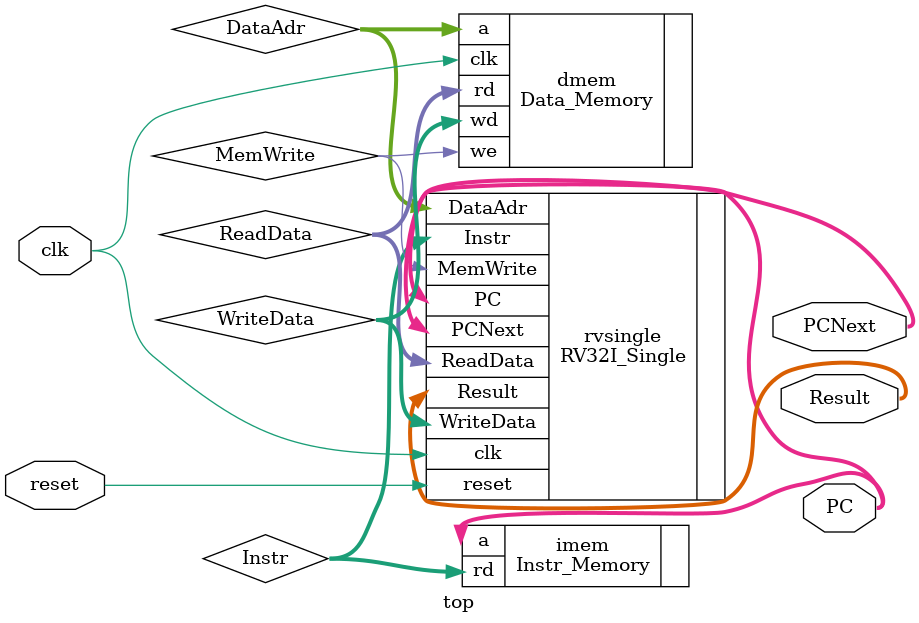
<source format=sv>

module top(
	input logic 			clk, reset,
	//to testbench
	output logic [31:0]	PC, PCNext, Result
);
	
	logic [31:0] DataAdr, WriteData;
	logic MemWrite;
	logic [31:0] Instr, ReadData;
	
	//Instantiate rv32i single cycle datapath and controller
	RV32I_Single rvsingle(
		.clk(clk), .reset(reset), .Instr(Instr), .ReadData(ReadData),
		.MemWrite(MemWrite), .PC(PC), .DataAdr(DataAdr), .WriteData(WriteData),
		//to testbench
		.PCNext(PCNext), .Result(Result)
	);
	
	//Instantiate instruction memory
	Instr_Memory imem(
		.a(PC),
		.rd(Instr)
	);
	
	//Instantiate data memory
	Data_Memory dmem(
		.clk(clk), .we(MemWrite), .a(DataAdr), .wd(WriteData),
		.rd(ReadData)
	);
	
endmodule
</source>
